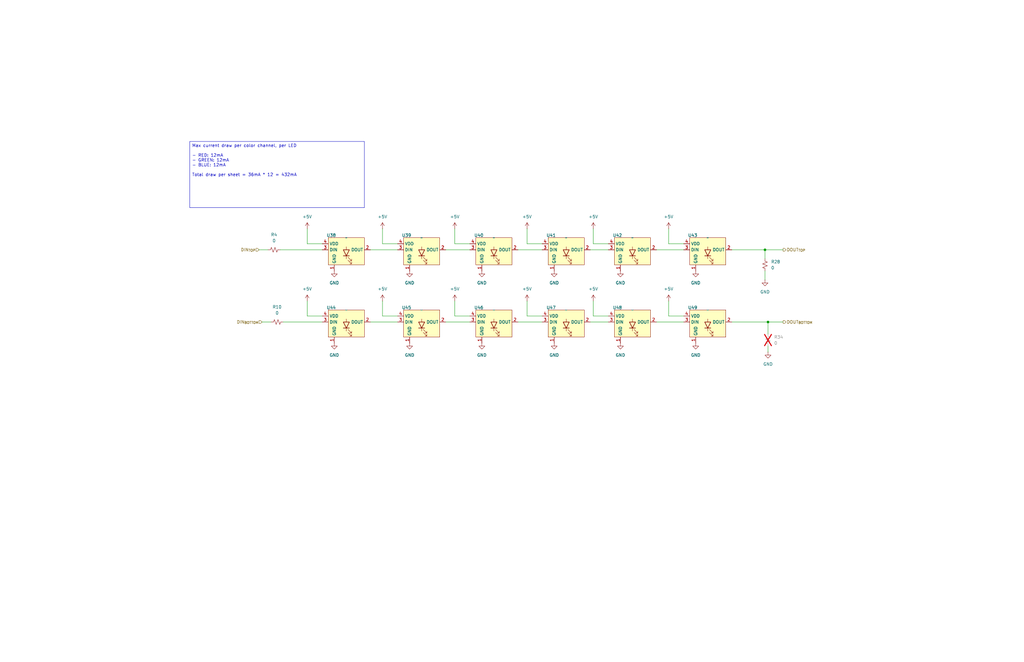
<source format=kicad_sch>
(kicad_sch (version 20250114) (generator "eeschema") (generator_version "9.0")
  (paper "USLedger")
  (lib_symbols
    (symbol "Device:R_Small_US" (pin_numbers (hide yes)) (pin_names (offset 0.254) (hide yes))
      (property "Reference" "R" (at 0.762 0.508 0))
      (property "Value" "R_Small_US" (at 0.762 -1.016 0))
      (symbol "R_Small_US_1_1"
        (polyline (pts (xy 0 1.524) (xy 1.016 1.143) (xy 0 0.762) (xy -1.016 0.381) (xy 0 0)))
        (polyline (pts (xy 0 0) (xy 1.016 -0.381) (xy 0 -0.762) (xy -1.016 -1.143) (xy 0 -1.524)))
        (pin passive line (at 0 2.54 270) (length 1.016) (name "~") (number "1"))
        (pin passive line (at 0 -2.54 90) (length 1.016) (name "~") (number "2"))
      )
    )
    (symbol "LED_circles_library:IN-PI55TATPRPGPB"
      (property "Reference" "U" (at -6.096 7.62 0))
      (symbol "IN-PI55TATPRPGPB_0_1"
        (polyline (pts (xy 0.6844 -1.8685) (xy 2.2084 -3.3925) (xy 2.2084 -2.6305) (xy 2.2084 -3.3925) (xy 1.4464 -3.3925)))
        (polyline (pts (xy 0.6844 -3.1385) (xy 2.2084 -4.6625) (xy 2.2084 -3.9005) (xy 2.2084 -4.6625) (xy 1.4464 -4.6625)))
        (polyline (pts (xy 1.27 1.2699) (xy -1.27 1.2699) (xy 0 -1.27) (xy 1.27 1.27)) (stroke (width 0.254)))
        (polyline (pts (xy 1.27 -1.2699) (xy -1.27 -1.2699)) (stroke (width 0.254)))
      )
      (symbol "IN-PI55TATPRPGPB_1_1"
        (rectangle (start -7.62 6.35) (end 7.62 -5.08) (fill (type background)))
        (polyline (pts (xy 0 1.27) (xy 0 2.54)))
        (polyline (pts (xy 0 -1.27) (xy 0 -2.54)))
        (pin power_in line (at -10.16 3.81 0) (length 2.54) (name "VDD") (number "4"))
        (pin input line (at -10.16 1.27 0) (length 2.54) (name "DIN") (number "3"))
        (pin power_in line (at -5.08 -7.62 90) (length 2.54) (name "GND") (number "1"))
        (pin output line (at 10.16 1.27 180) (length 2.54) (name "DOUT") (number "2"))
      )
    )
    (symbol "power:+5V" (power) (pin_numbers (hide yes)) (pin_names (offset 0) (hide yes))
      (property "Value" "+5V" (at 0 3.556 0))
      (symbol "+5V_0_1"
        (polyline (pts (xy -0.762 1.27) (xy 0 2.54)))
        (polyline (pts (xy 0 2.54) (xy 0.762 1.27)))
        (polyline (pts (xy 0 0) (xy 0 2.54)))
      )
      (symbol "+5V_1_1"
        (pin power_in line (at 0 0 90) (length 0) (name "~") (number "1"))
      )
    )
    (symbol "power:GND" (power) (pin_numbers (hide yes)) (pin_names (offset 0) (hide yes))
      (property "Value" "GND" (at 0 -3.81 0))
      (symbol "GND_0_1"
        (polyline (pts (xy 0 0) (xy 0 -1.27) (xy 1.27 -1.27) (xy 0 -2.54) (xy -1.27 -1.27) (xy 0 -1.27)))
      )
      (symbol "GND_1_1"
        (pin power_in line (at 0 0 270) (length 0) (name "~") (number "1"))
      )
    )
  )
  (text_box "Max current draw per color channel, per LED\n\n- RED: 12mA\n- GREEN: 12mA\n- BLUE: 12mA\n\nTotal draw per sheet = 36mA * 12 = 432mA" (at 80.01 59.69 0) (size 73.66 27.94) (margins 0.9525 0.9525 0.9525 0.9525) (effects (font (size 1.27 1.27)) (justify left top)))
  (junction (at 323.85 135.89))
  (junction (at 322.58 105.41))
  (wire (pts (xy 156.21 135.89) (xy 167.64 135.89)))
  (wire (pts (xy 110.49 135.89) (xy 114.3 135.89)))
  (wire (pts (xy 323.85 146.05) (xy 323.85 148.59)))
  (wire (pts (xy 228.6 102.87) (xy 222.25 102.87)))
  (wire (pts (xy 135.89 102.87) (xy 129.54 102.87)))
  (wire (pts (xy 218.44 135.89) (xy 228.6 135.89)))
  (wire (pts (xy 135.89 133.35) (xy 129.54 133.35)))
  (wire (pts (xy 167.64 133.35) (xy 161.29 133.35)))
  (wire (pts (xy 256.54 102.87) (xy 250.19 102.87)))
  (wire (pts (xy 288.29 102.87) (xy 281.94 102.87)))
  (wire (pts (xy 256.54 133.35) (xy 250.19 133.35)))
  (wire (pts (xy 161.29 133.35) (xy 161.29 127)))
  (wire (pts (xy 129.54 102.87) (xy 129.54 96.52)))
  (wire (pts (xy 322.58 105.41) (xy 330.2 105.41)))
  (wire (pts (xy 222.25 102.87) (xy 222.25 96.52)))
  (wire (pts (xy 323.85 135.89) (xy 330.2 135.89)))
  (wire (pts (xy 187.96 135.89) (xy 198.12 135.89)))
  (wire (pts (xy 187.96 105.41) (xy 198.12 105.41)))
  (wire (pts (xy 228.6 133.35) (xy 222.25 133.35)))
  (wire (pts (xy 191.77 133.35) (xy 191.77 127)))
  (wire (pts (xy 288.29 133.35) (xy 281.94 133.35)))
  (wire (pts (xy 281.94 133.35) (xy 281.94 127)))
  (wire (pts (xy 250.19 102.87) (xy 250.19 96.52)))
  (wire (pts (xy 276.86 105.41) (xy 288.29 105.41)))
  (wire (pts (xy 198.12 133.35) (xy 191.77 133.35)))
  (wire (pts (xy 308.61 105.41) (xy 322.58 105.41)))
  (wire (pts (xy 167.64 102.87) (xy 161.29 102.87)))
  (wire (pts (xy 129.54 133.35) (xy 129.54 127)))
  (wire (pts (xy 323.85 135.89) (xy 323.85 140.97)))
  (wire (pts (xy 322.58 114.3) (xy 322.58 118.11)))
  (wire (pts (xy 218.44 105.41) (xy 228.6 105.41)))
  (wire (pts (xy 250.19 133.35) (xy 250.19 127)))
  (wire (pts (xy 198.12 102.87) (xy 191.77 102.87)))
  (wire (pts (xy 191.77 102.87) (xy 191.77 96.52)))
  (wire (pts (xy 222.25 133.35) (xy 222.25 127)))
  (wire (pts (xy 118.11 105.41) (xy 135.89 105.41)))
  (wire (pts (xy 276.86 135.89) (xy 288.29 135.89)))
  (wire (pts (xy 156.21 105.41) (xy 167.64 105.41)))
  (wire (pts (xy 119.38 135.89) (xy 135.89 135.89)))
  (wire (pts (xy 248.92 105.41) (xy 256.54 105.41)))
  (wire (pts (xy 161.29 102.87) (xy 161.29 96.52)))
  (wire (pts (xy 109.22 105.41) (xy 113.03 105.41)))
  (wire (pts (xy 308.61 135.89) (xy 323.85 135.89)))
  (wire (pts (xy 248.92 135.89) (xy 256.54 135.89)))
  (wire (pts (xy 322.58 105.41) (xy 322.58 109.22)))
  (wire (pts (xy 281.94 102.87) (xy 281.94 96.52)))
  (hierarchical_label "DOUT_{TOP}" (shape output) (at 330.2 105.41 0))
  (hierarchical_label "DOUT_{BOTTOM}" (shape output) (at 330.2 135.89 0))
  (hierarchical_label "DIN_{BOTTOM}" (shape input) (at 110.49 135.89 180))
  (hierarchical_label "DIN_{TOP}" (shape input) (at 109.22 105.41 180))
  (symbol (lib_id "power:GND") (at 203.2 144.78 0) (unit 1)
    (property "Reference" "#PWR039" (effects (hide yes)))
    (property "Value" "GND" (at 203.2 149.86 0))
    (property "Description" "Power symbol creates a global label with name \"GND\" , ground" (effects (hide yes)))
    (instances (project "LED_circles" (path "" (reference "#PWR057") (unit 1)) (path "" (reference "#PWR051") (unit 1)) (path "" (reference "#PWR039") (unit 1)) (path "" (reference "#PWR063") (unit 1)) (path "" (reference "#PWR045") (unit 1)) (path "" (reference "#PWR069") (unit 1))))
  )
  (symbol (lib_id "LED_circles_library:IN-PI55TATPRPGPB") (at 298.45 137.16 0) (unit 1)
    (property "Reference" "U13" (at 292.1 129.794 0))
    (property "Value" "~" (at 298.45 130.81 0))
    (property "Footprint" "LED_circles_footprints:IN-PI55TAT" (effects (hide yes)))
    (instances (project "LED_circles" (path "" (reference "U49") (unit 1)) (path "" (reference "U37") (unit 1)) (path "" (reference "U13") (unit 1)) (path "" (reference "U61") (unit 1)) (path "" (reference "U25") (unit 1)) (path "" (reference "U73") (unit 1))))
  )
  (symbol (lib_id "LED_circles_library:IN-PI55TATPRPGPB") (at 298.45 106.68 0) (unit 1)
    (property "Reference" "U7" (at 292.1 99.314 0))
    (property "Value" "~" (at 298.45 100.33 0))
    (property "Footprint" "LED_circles_footprints:IN-PI55TAT" (effects (hide yes)))
    (instances (project "LED_circles" (path "" (reference "U43") (unit 1)) (path "" (reference "U31") (unit 1)) (path "" (reference "U7") (unit 1)) (path "" (reference "U55") (unit 1)) (path "" (reference "U19") (unit 1)) (path "" (reference "U67") (unit 1))))
  )
  (symbol (lib_id "power:GND") (at 140.97 114.3 0) (unit 1)
    (property "Reference" "#PWR01" (effects (hide yes)))
    (property "Value" "GND" (at 140.97 119.38 0))
    (property "Description" "Power symbol creates a global label with name \"GND\" , ground" (effects (hide yes)))
    (instances (project "" (path "" (reference "#PWR04") (unit 1)) (path "" (reference "#PWR03") (unit 1)) (path "" (reference "#PWR01") (unit 1)) (path "" (reference "#PWR05") (unit 1)) (path "" (reference "#PWR02") (unit 1)) (path "" (reference "#PWR06") (unit 1))))
  )
  (symbol (lib_id "LED_circles_library:IN-PI55TATPRPGPB") (at 177.8 137.16 0) (unit 1)
    (property "Reference" "U9" (at 171.45 129.794 0))
    (property "Value" "~" (at 177.8 130.81 0))
    (property "Footprint" "LED_circles_footprints:IN-PI55TAT" (effects (hide yes)))
    (instances (project "LED_circles" (path "" (reference "U45") (unit 1)) (path "" (reference "U33") (unit 1)) (path "" (reference "U9") (unit 1)) (path "" (reference "U57") (unit 1)) (path "" (reference "U21") (unit 1)) (path "" (reference "U69") (unit 1))))
  )
  (symbol (lib_id "power:GND") (at 322.58 118.11 0) (unit 1)
    (property "Reference" "#PWR0151" (effects (hide yes)))
    (property "Value" "GND" (at 322.58 123.19 0))
    (property "Description" "Power symbol creates a global label with name \"GND\" , ground" (effects (hide yes)))
    (instances (project "LED_circles" (path "" (reference "#PWR0154") (unit 1)) (path "" (reference "#PWR0153") (unit 1)) (path "" (reference "#PWR0151") (unit 1)) (path "" (reference "#PWR0155") (unit 1)) (path "" (reference "#PWR0152") (unit 1)) (path "" (reference "#PWR0156") (unit 1))))
  )
  (symbol (lib_id "power:GND") (at 323.85 148.59 0) (unit 1)
    (property "Reference" "#PWR0145" (effects (hide yes)))
    (property "Value" "GND" (at 323.85 153.67 0))
    (property "Description" "Power symbol creates a global label with name \"GND\" , ground" (effects (hide yes)))
    (instances (project "LED_circles" (path "" (reference "#PWR0148") (unit 1)) (path "" (reference "#PWR0147") (unit 1)) (path "" (reference "#PWR0145") (unit 1)) (path "" (reference "#PWR0149") (unit 1)) (path "" (reference "#PWR0146") (unit 1)) (path "" (reference "#PWR0150") (unit 1))))
  )
  (symbol (lib_id "LED_circles_library:IN-PI55TATPRPGPB") (at 238.76 137.16 0) (unit 1)
    (property "Reference" "U11" (at 232.41 129.794 0))
    (property "Value" "~" (at 238.76 130.81 0))
    (property "Footprint" "LED_circles_footprints:IN-PI55TAT" (effects (hide yes)))
    (instances (project "LED_circles" (path "" (reference "U47") (unit 1)) (path "" (reference "U35") (unit 1)) (path "" (reference "U11") (unit 1)) (path "" (reference "U59") (unit 1)) (path "" (reference "U23") (unit 1)) (path "" (reference "U71") (unit 1))))
  )
  (symbol (lib_id "power:+5V") (at 281.94 127 0) (unit 1)
    (property "Reference" "#PWR0139" (effects (hide yes)))
    (property "Value" "+5V" (at 281.94 121.92 0))
    (property "Description" "Power symbol creates a global label with name \"+5V\"" (effects (hide yes)))
    (instances (project "LED_circles" (path "" (reference "#PWR0142") (unit 1)) (path "" (reference "#PWR0141") (unit 1)) (path "" (reference "#PWR0139") (unit 1)) (path "" (reference "#PWR0143") (unit 1)) (path "" (reference "#PWR0140") (unit 1)) (path "" (reference "#PWR0144") (unit 1))))
  )
  (symbol (lib_id "power:+5V") (at 191.77 127 0) (unit 1)
    (property "Reference" "#PWR0121" (effects (hide yes)))
    (property "Value" "+5V" (at 191.77 121.92 0))
    (property "Description" "Power symbol creates a global label with name \"+5V\"" (effects (hide yes)))
    (instances (project "LED_circles" (path "" (reference "#PWR0124") (unit 1)) (path "" (reference "#PWR0123") (unit 1)) (path "" (reference "#PWR0121") (unit 1)) (path "" (reference "#PWR0125") (unit 1)) (path "" (reference "#PWR0122") (unit 1)) (path "" (reference "#PWR0126") (unit 1))))
  )
  (symbol (lib_id "LED_circles_library:IN-PI55TATPRPGPB") (at 208.28 106.68 0) (unit 1)
    (property "Reference" "U4" (at 201.93 99.314 0))
    (property "Value" "~" (at 208.28 100.33 0))
    (property "Footprint" "LED_circles_footprints:IN-PI55TAT" (effects (hide yes)))
    (instances (project "LED_circles" (path "" (reference "U40") (unit 1)) (path "" (reference "U28") (unit 1)) (path "" (reference "U4") (unit 1)) (path "" (reference "U52") (unit 1)) (path "" (reference "U16") (unit 1)) (path "" (reference "U64") (unit 1))))
  )
  (symbol (lib_id "LED_circles_library:IN-PI55TATPRPGPB") (at 266.7 106.68 0) (unit 1)
    (property "Reference" "U6" (at 260.35 99.314 0))
    (property "Value" "~" (at 266.7 100.33 0))
    (property "Footprint" "LED_circles_footprints:IN-PI55TAT" (effects (hide yes)))
    (instances (project "LED_circles" (path "" (reference "U42") (unit 1)) (path "" (reference "U30") (unit 1)) (path "" (reference "U6") (unit 1)) (path "" (reference "U54") (unit 1)) (path "" (reference "U18") (unit 1)) (path "" (reference "U66") (unit 1))))
  )
  (symbol (lib_id "power:GND") (at 233.68 144.78 0) (unit 1)
    (property "Reference" "#PWR040" (effects (hide yes)))
    (property "Value" "GND" (at 233.68 149.86 0))
    (property "Description" "Power symbol creates a global label with name \"GND\" , ground" (effects (hide yes)))
    (instances (project "LED_circles" (path "" (reference "#PWR058") (unit 1)) (path "" (reference "#PWR052") (unit 1)) (path "" (reference "#PWR040") (unit 1)) (path "" (reference "#PWR064") (unit 1)) (path "" (reference "#PWR046") (unit 1)) (path "" (reference "#PWR070") (unit 1))))
  )
  (symbol (lib_id "Device:R_Small_US") (at 322.58 111.76 180) (unit 1)
    (property "Reference" "R25" (at 325.12 110.4899 0) (effects (justify right)))
    (property "Value" "0" (at 325.12 113.0299 0) (effects (justify right)))
    (property "Footprint" "Resistor_SMD:R_0805_2012Metric" (effects (hide yes)))
    (property "Description" "Resistor, small US symbol" (effects (hide yes)))
    (instances (project "LED_circles" (path "" (reference "R28") (unit 1)) (path "" (reference "R27") (unit 1)) (path "" (reference "R25") (unit 1)) (path "" (reference "R29") (unit 1)) (path "" (reference "R26") (unit 1)) (path "" (reference "R30") (unit 1))))
  )
  (symbol (lib_id "LED_circles_library:IN-PI55TATPRPGPB") (at 238.76 106.68 0) (unit 1)
    (property "Reference" "U5" (at 232.41 99.314 0))
    (property "Value" "~" (at 238.76 100.33 0))
    (property "Footprint" "LED_circles_footprints:IN-PI55TAT" (effects (hide yes)))
    (instances (project "LED_circles" (path "" (reference "U41") (unit 1)) (path "" (reference "U29") (unit 1)) (path "" (reference "U5") (unit 1)) (path "" (reference "U53") (unit 1)) (path "" (reference "U17") (unit 1)) (path "" (reference "U65") (unit 1))))
  )
  (symbol (lib_id "power:+5V") (at 222.25 96.52 0) (unit 1)
    (property "Reference" "#PWR091" (effects (hide yes)))
    (property "Value" "+5V" (at 222.25 91.44 0))
    (property "Description" "Power symbol creates a global label with name \"+5V\"" (effects (hide yes)))
    (instances (project "LED_circles" (path "" (reference "#PWR094") (unit 1)) (path "" (reference "#PWR093") (unit 1)) (path "" (reference "#PWR091") (unit 1)) (path "" (reference "#PWR095") (unit 1)) (path "" (reference "#PWR092") (unit 1)) (path "" (reference "#PWR096") (unit 1))))
  )
  (symbol (lib_id "power:+5V") (at 222.25 127 0) (unit 1)
    (property "Reference" "#PWR0127" (effects (hide yes)))
    (property "Value" "+5V" (at 222.25 121.92 0))
    (property "Description" "Power symbol creates a global label with name \"+5V\"" (effects (hide yes)))
    (instances (project "LED_circles" (path "" (reference "#PWR0130") (unit 1)) (path "" (reference "#PWR0129") (unit 1)) (path "" (reference "#PWR0127") (unit 1)) (path "" (reference "#PWR0131") (unit 1)) (path "" (reference "#PWR0128") (unit 1)) (path "" (reference "#PWR0132") (unit 1))))
  )
  (symbol (lib_id "LED_circles_library:IN-PI55TATPRPGPB") (at 146.05 106.68 0) (unit 1)
    (property "Reference" "U1" (at 139.7 99.314 0))
    (property "Value" "~" (at 146.05 100.33 0))
    (property "Footprint" "LED_circles_footprints:IN-PI55TAT" (effects (hide yes)))
    (instances (project "LED_circles" (path "" (reference "U38") (unit 1)) (path "" (reference "U26") (unit 1)) (path "" (reference "U1") (unit 1)) (path "" (reference "U50") (unit 1)) (path "" (reference "U14") (unit 1)) (path "" (reference "U62") (unit 1))))
  )
  (symbol (lib_id "LED_circles_library:IN-PI55TATPRPGPB") (at 208.28 137.16 0) (unit 1)
    (property "Reference" "U10" (at 201.93 129.794 0))
    (property "Value" "~" (at 208.28 130.81 0))
    (property "Footprint" "LED_circles_footprints:IN-PI55TAT" (effects (hide yes)))
    (instances (project "LED_circles" (path "" (reference "U46") (unit 1)) (path "" (reference "U34") (unit 1)) (path "" (reference "U10") (unit 1)) (path "" (reference "U58") (unit 1)) (path "" (reference "U22") (unit 1)) (path "" (reference "U70") (unit 1))))
  )
  (symbol (lib_id "power:GND") (at 293.37 114.3 0) (unit 1)
    (property "Reference" "#PWR031" (effects (hide yes)))
    (property "Value" "GND" (at 293.37 119.38 0))
    (property "Description" "Power symbol creates a global label with name \"GND\" , ground" (effects (hide yes)))
    (instances (project "LED_circles" (path "" (reference "#PWR034") (unit 1)) (path "" (reference "#PWR033") (unit 1)) (path "" (reference "#PWR031") (unit 1)) (path "" (reference "#PWR035") (unit 1)) (path "" (reference "#PWR032") (unit 1)) (path "" (reference "#PWR036") (unit 1))))
  )
  (symbol (lib_id "LED_circles_library:IN-PI55TATPRPGPB") (at 177.8 106.68 0) (unit 1)
    (property "Reference" "U2" (at 171.45 99.314 0))
    (property "Value" "~" (at 177.8 100.33 0))
    (property "Footprint" "LED_circles_footprints:IN-PI55TAT" (effects (hide yes)))
    (instances (project "LED_circles" (path "" (reference "U39") (unit 1)) (path "" (reference "U27") (unit 1)) (path "" (reference "U2") (unit 1)) (path "" (reference "U51") (unit 1)) (path "" (reference "U15") (unit 1)) (path "" (reference "U63") (unit 1))))
  )
  (symbol (lib_id "Device:R_Small_US") (at 115.57 105.41 90) (unit 1)
    (property "Reference" "R1" (at 115.57 99.06 90))
    (property "Value" "0" (at 115.57 101.6 90))
    (property "Footprint" "Resistor_SMD:R_0805_2012Metric" (effects (hide yes)))
    (property "Description" "Resistor, small US symbol" (effects (hide yes)))
    (instances (project "" (path "" (reference "R4") (unit 1)) (path "" (reference "R3") (unit 1)) (path "" (reference "R1") (unit 1)) (path "" (reference "R5") (unit 1)) (path "" (reference "R2") (unit 1)) (path "" (reference "R6") (unit 1))))
  )
  (symbol (lib_id "Device:R_Small_US") (at 323.85 143.51 180) (unit 1) (dnp yes)
    (property "Reference" "R31" (at 326.39 142.2399 0) (effects (justify right)))
    (property "Value" "0" (at 326.39 144.7799 0) (effects (justify right)))
    (property "Footprint" "Resistor_SMD:R_0805_2012Metric" (effects (hide yes)))
    (property "Description" "Resistor, small US symbol" (effects (hide yes)))
    (instances (project "LED_circles" (path "" (reference "R34") (unit 1)) (path "" (reference "R33") (unit 1)) (path "" (reference "R31") (unit 1)) (path "" (reference "R35") (unit 1)) (path "" (reference "R32") (unit 1)) (path "" (reference "R36") (unit 1))))
  )
  (symbol (lib_id "LED_circles_library:IN-PI55TATPRPGPB") (at 146.05 137.16 0) (unit 1)
    (property "Reference" "U8" (at 139.7 129.794 0))
    (property "Value" "~" (at 146.05 130.81 0))
    (property "Footprint" "LED_circles_footprints:IN-PI55TAT" (effects (hide yes)))
    (instances (project "LED_circles" (path "" (reference "U44") (unit 1)) (path "" (reference "U32") (unit 1)) (path "" (reference "U8") (unit 1)) (path "" (reference "U56") (unit 1)) (path "" (reference "U20") (unit 1)) (path "" (reference "U68") (unit 1))))
  )
  (symbol (lib_id "power:GND") (at 261.62 144.78 0) (unit 1)
    (property "Reference" "#PWR041" (effects (hide yes)))
    (property "Value" "GND" (at 261.62 149.86 0))
    (property "Description" "Power symbol creates a global label with name \"GND\" , ground" (effects (hide yes)))
    (instances (project "LED_circles" (path "" (reference "#PWR059") (unit 1)) (path "" (reference "#PWR053") (unit 1)) (path "" (reference "#PWR041") (unit 1)) (path "" (reference "#PWR065") (unit 1)) (path "" (reference "#PWR047") (unit 1)) (path "" (reference "#PWR071") (unit 1))))
  )
  (symbol (lib_id "power:+5V") (at 250.19 127 0) (unit 1)
    (property "Reference" "#PWR0133" (effects (hide yes)))
    (property "Value" "+5V" (at 250.19 121.92 0))
    (property "Description" "Power symbol creates a global label with name \"+5V\"" (effects (hide yes)))
    (instances (project "LED_circles" (path "" (reference "#PWR0136") (unit 1)) (path "" (reference "#PWR0135") (unit 1)) (path "" (reference "#PWR0133") (unit 1)) (path "" (reference "#PWR0137") (unit 1)) (path "" (reference "#PWR0134") (unit 1)) (path "" (reference "#PWR0138") (unit 1))))
  )
  (symbol (lib_id "power:GND") (at 172.72 144.78 0) (unit 1)
    (property "Reference" "#PWR038" (effects (hide yes)))
    (property "Value" "GND" (at 172.72 149.86 0))
    (property "Description" "Power symbol creates a global label with name \"GND\" , ground" (effects (hide yes)))
    (instances (project "LED_circles" (path "" (reference "#PWR056") (unit 1)) (path "" (reference "#PWR050") (unit 1)) (path "" (reference "#PWR038") (unit 1)) (path "" (reference "#PWR062") (unit 1)) (path "" (reference "#PWR044") (unit 1)) (path "" (reference "#PWR068") (unit 1))))
  )
  (symbol (lib_id "power:GND") (at 203.2 114.3 0) (unit 1)
    (property "Reference" "#PWR013" (effects (hide yes)))
    (property "Value" "GND" (at 203.2 119.38 0))
    (property "Description" "Power symbol creates a global label with name \"GND\" , ground" (effects (hide yes)))
    (instances (project "LED_circles" (path "" (reference "#PWR016") (unit 1)) (path "" (reference "#PWR015") (unit 1)) (path "" (reference "#PWR013") (unit 1)) (path "" (reference "#PWR017") (unit 1)) (path "" (reference "#PWR014") (unit 1)) (path "" (reference "#PWR018") (unit 1))))
  )
  (symbol (lib_id "Device:R_Small_US") (at 116.84 135.89 90) (unit 1)
    (property "Reference" "R7" (at 116.84 129.54 90))
    (property "Value" "0" (at 116.84 132.08 90))
    (property "Footprint" "Resistor_SMD:R_0805_2012Metric" (effects (hide yes)))
    (property "Description" "Resistor, small US symbol" (effects (hide yes)))
    (instances (project "LED_circles" (path "" (reference "R10") (unit 1)) (path "" (reference "R9") (unit 1)) (path "" (reference "R7") (unit 1)) (path "" (reference "R11") (unit 1)) (path "" (reference "R8") (unit 1)) (path "" (reference "R12") (unit 1))))
  )
  (symbol (lib_id "power:+5V") (at 161.29 127 0) (unit 1)
    (property "Reference" "#PWR0115" (effects (hide yes)))
    (property "Value" "+5V" (at 161.29 121.92 0))
    (property "Description" "Power symbol creates a global label with name \"+5V\"" (effects (hide yes)))
    (instances (project "LED_circles" (path "" (reference "#PWR0118") (unit 1)) (path "" (reference "#PWR0117") (unit 1)) (path "" (reference "#PWR0115") (unit 1)) (path "" (reference "#PWR0119") (unit 1)) (path "" (reference "#PWR0116") (unit 1)) (path "" (reference "#PWR0120") (unit 1))))
  )
  (symbol (lib_id "LED_circles_library:IN-PI55TATPRPGPB") (at 266.7 137.16 0) (unit 1)
    (property "Reference" "U12" (at 260.35 129.794 0))
    (property "Value" "~" (at 266.7 130.81 0))
    (property "Footprint" "LED_circles_footprints:IN-PI55TAT" (effects (hide yes)))
    (instances (project "LED_circles" (path "" (reference "U48") (unit 1)) (path "" (reference "U36") (unit 1)) (path "" (reference "U12") (unit 1)) (path "" (reference "U60") (unit 1)) (path "" (reference "U24") (unit 1)) (path "" (reference "U72") (unit 1))))
  )
  (symbol (lib_id "power:GND") (at 172.72 114.3 0) (unit 1)
    (property "Reference" "#PWR07" (effects (hide yes)))
    (property "Value" "GND" (at 172.72 119.38 0))
    (property "Description" "Power symbol creates a global label with name \"GND\" , ground" (effects (hide yes)))
    (instances (project "LED_circles" (path "" (reference "#PWR010") (unit 1)) (path "" (reference "#PWR09") (unit 1)) (path "" (reference "#PWR07") (unit 1)) (path "" (reference "#PWR011") (unit 1)) (path "" (reference "#PWR08") (unit 1)) (path "" (reference "#PWR012") (unit 1))))
  )
  (symbol (lib_id "power:+5V") (at 281.94 96.52 0) (unit 1)
    (property "Reference" "#PWR0103" (effects (hide yes)))
    (property "Value" "+5V" (at 281.94 91.44 0))
    (property "Description" "Power symbol creates a global label with name \"+5V\"" (effects (hide yes)))
    (instances (project "LED_circles" (path "" (reference "#PWR0106") (unit 1)) (path "" (reference "#PWR0105") (unit 1)) (path "" (reference "#PWR0103") (unit 1)) (path "" (reference "#PWR0107") (unit 1)) (path "" (reference "#PWR0104") (unit 1)) (path "" (reference "#PWR0108") (unit 1))))
  )
  (symbol (lib_id "power:GND") (at 261.62 114.3 0) (unit 1)
    (property "Reference" "#PWR025" (effects (hide yes)))
    (property "Value" "GND" (at 261.62 119.38 0))
    (property "Description" "Power symbol creates a global label with name \"GND\" , ground" (effects (hide yes)))
    (instances (project "LED_circles" (path "" (reference "#PWR028") (unit 1)) (path "" (reference "#PWR027") (unit 1)) (path "" (reference "#PWR025") (unit 1)) (path "" (reference "#PWR029") (unit 1)) (path "" (reference "#PWR026") (unit 1)) (path "" (reference "#PWR030") (unit 1))))
  )
  (symbol (lib_id "power:+5V") (at 191.77 96.52 0) (unit 1)
    (property "Reference" "#PWR085" (effects (hide yes)))
    (property "Value" "+5V" (at 191.77 91.44 0))
    (property "Description" "Power symbol creates a global label with name \"+5V\"" (effects (hide yes)))
    (instances (project "LED_circles" (path "" (reference "#PWR088") (unit 1)) (path "" (reference "#PWR087") (unit 1)) (path "" (reference "#PWR085") (unit 1)) (path "" (reference "#PWR089") (unit 1)) (path "" (reference "#PWR086") (unit 1)) (path "" (reference "#PWR090") (unit 1))))
  )
  (symbol (lib_id "power:GND") (at 140.97 144.78 0) (unit 1)
    (property "Reference" "#PWR037" (effects (hide yes)))
    (property "Value" "GND" (at 140.97 149.86 0))
    (property "Description" "Power symbol creates a global label with name \"GND\" , ground" (effects (hide yes)))
    (instances (project "LED_circles" (path "" (reference "#PWR055") (unit 1)) (path "" (reference "#PWR049") (unit 1)) (path "" (reference "#PWR037") (unit 1)) (path "" (reference "#PWR061") (unit 1)) (path "" (reference "#PWR043") (unit 1)) (path "" (reference "#PWR067") (unit 1))))
  )
  (symbol (lib_id "power:GND") (at 233.68 114.3 0) (unit 1)
    (property "Reference" "#PWR019" (effects (hide yes)))
    (property "Value" "GND" (at 233.68 119.38 0))
    (property "Description" "Power symbol creates a global label with name \"GND\" , ground" (effects (hide yes)))
    (instances (project "LED_circles" (path "" (reference "#PWR022") (unit 1)) (path "" (reference "#PWR021") (unit 1)) (path "" (reference "#PWR019") (unit 1)) (path "" (reference "#PWR023") (unit 1)) (path "" (reference "#PWR020") (unit 1)) (path "" (reference "#PWR024") (unit 1))))
  )
  (symbol (lib_id "power:+5V") (at 161.29 96.52 0) (unit 1)
    (property "Reference" "#PWR079" (effects (hide yes)))
    (property "Value" "+5V" (at 161.29 91.44 0))
    (property "Description" "Power symbol creates a global label with name \"+5V\"" (effects (hide yes)))
    (instances (project "LED_circles" (path "" (reference "#PWR082") (unit 1)) (path "" (reference "#PWR081") (unit 1)) (path "" (reference "#PWR079") (unit 1)) (path "" (reference "#PWR083") (unit 1)) (path "" (reference "#PWR080") (unit 1)) (path "" (reference "#PWR084") (unit 1))))
  )
  (symbol (lib_id "power:+5V") (at 129.54 96.52 0) (unit 1)
    (property "Reference" "#PWR073" (effects (hide yes)))
    (property "Value" "+5V" (at 129.54 91.44 0))
    (property "Description" "Power symbol creates a global label with name \"+5V\"" (effects (hide yes)))
    (instances (project "" (path "" (reference "#PWR076") (unit 1)) (path "" (reference "#PWR075") (unit 1)) (path "" (reference "#PWR073") (unit 1)) (path "" (reference "#PWR077") (unit 1)) (path "" (reference "#PWR074") (unit 1)) (path "" (reference "#PWR078") (unit 1))))
  )
  (symbol (lib_id "power:+5V") (at 129.54 127 0) (unit 1)
    (property "Reference" "#PWR0109" (effects (hide yes)))
    (property "Value" "+5V" (at 129.54 121.92 0))
    (property "Description" "Power symbol creates a global label with name \"+5V\"" (effects (hide yes)))
    (instances (project "LED_circles" (path "" (reference "#PWR0112") (unit 1)) (path "" (reference "#PWR0111") (unit 1)) (path "" (reference "#PWR0109") (unit 1)) (path "" (reference "#PWR0113") (unit 1)) (path "" (reference "#PWR0110") (unit 1)) (path "" (reference "#PWR0114") (unit 1))))
  )
  (symbol (lib_id "power:+5V") (at 250.19 96.52 0) (unit 1)
    (property "Reference" "#PWR097" (effects (hide yes)))
    (property "Value" "+5V" (at 250.19 91.44 0))
    (property "Description" "Power symbol creates a global label with name \"+5V\"" (effects (hide yes)))
    (instances (project "LED_circles" (path "" (reference "#PWR0100") (unit 1)) (path "" (reference "#PWR099") (unit 1)) (path "" (reference "#PWR097") (unit 1)) (path "" (reference "#PWR0101") (unit 1)) (path "" (reference "#PWR098") (unit 1)) (path "" (reference "#PWR0102") (unit 1))))
  )
  (symbol (lib_id "power:GND") (at 293.37 144.78 0) (unit 1)
    (property "Reference" "#PWR042" (effects (hide yes)))
    (property "Value" "GND" (at 293.37 149.86 0))
    (property "Description" "Power symbol creates a global label with name \"GND\" , ground" (effects (hide yes)))
    (instances (project "LED_circles" (path "" (reference "#PWR060") (unit 1)) (path "" (reference "#PWR054") (unit 1)) (path "" (reference "#PWR042") (unit 1)) (path "" (reference "#PWR066") (unit 1)) (path "" (reference "#PWR048") (unit 1)) (path "" (reference "#PWR072") (unit 1))))
  )
)
</source>
